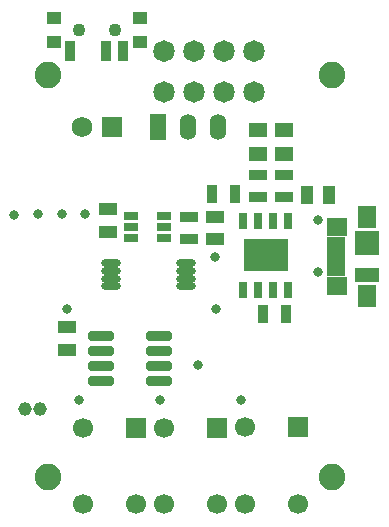
<source format=gbs>
G04*
G04 #@! TF.GenerationSoftware,Altium Limited,Altium Designer,19.0.15 (446)*
G04*
G04 Layer_Color=16711935*
%FSLAX44Y44*%
%MOMM*%
G71*
G01*
G75*
%ADD20C,0.0000*%
%ADD22R,1.5000X1.1000*%
%ADD23R,0.9000X1.5000*%
%ADD24R,1.5000X0.9000*%
%ADD26R,1.4000X2.2000*%
%ADD27C,1.1000*%
%ADD28R,1.7300X1.7300*%
%ADD29C,1.7300*%
%ADD30C,1.1500*%
%ADD31C,2.2500*%
%ADD32O,1.4000X2.2000*%
%ADD33R,1.6980X1.6980*%
%ADD34C,1.6980*%
%ADD35C,1.8200*%
%ADD36C,0.8000*%
%ADD62R,0.9000X1.7000*%
%ADD63R,1.2000X1.0000*%
G04:AMPARAMS|DCode=64|XSize=2.17mm|YSize=0.79mm|CornerRadius=0.1737mm|HoleSize=0mm|Usage=FLASHONLY|Rotation=0.000|XOffset=0mm|YOffset=0mm|HoleType=Round|Shape=RoundedRectangle|*
%AMROUNDEDRECTD64*
21,1,2.1700,0.4425,0,0,0.0*
21,1,1.8225,0.7900,0,0,0.0*
1,1,0.3475,0.9113,-0.2213*
1,1,0.3475,-0.9113,-0.2213*
1,1,0.3475,-0.9113,0.2213*
1,1,0.3475,0.9113,0.2213*
%
%ADD64ROUNDEDRECTD64*%
%ADD65R,1.5500X1.2000*%
%ADD66R,0.8000X1.4000*%
%ADD67R,3.6999X2.7000*%
%ADD68R,1.1000X1.5000*%
%ADD69R,1.2000X0.7500*%
%ADD70O,1.7000X0.6000*%
%ADD71R,1.5000X1.8500*%
%ADD72R,2.1000X1.2000*%
%ADD73R,2.1000X2.0000*%
%ADD74R,1.7500X1.6250*%
%ADD75R,1.5800X0.6500*%
D20*
X557976Y540766D02*
G03*
X557976Y540766I-8611J0D01*
G01*
X532575D02*
G03*
X532575Y540766I-8611J0D01*
G01*
X507175D02*
G03*
X507175Y540766I-8611J0D01*
G01*
X481776D02*
G03*
X481776Y540766I-8611J0D01*
G01*
X558013Y506476D02*
G03*
X558013Y506476I-8611J0D01*
G01*
X532613D02*
G03*
X532613Y506476I-8611J0D01*
G01*
X507213D02*
G03*
X507213Y506476I-8611J0D01*
G01*
X481813D02*
G03*
X481813Y506476I-8611J0D01*
G01*
D22*
X391414Y288188D02*
D03*
Y307188D02*
D03*
X425450Y388264D02*
D03*
Y407264D02*
D03*
X516636Y381660D02*
D03*
Y400660D02*
D03*
D23*
X533248Y420116D02*
D03*
X514248D02*
D03*
X576428Y318262D02*
D03*
X557428D02*
D03*
D24*
X574548Y436220D02*
D03*
Y417220D02*
D03*
X494538Y400660D02*
D03*
Y381660D02*
D03*
X552450Y436220D02*
D03*
Y417220D02*
D03*
D26*
X467868Y476504D02*
D03*
D27*
X401306Y558800D02*
D03*
X431306D02*
D03*
D28*
X429006Y476504D02*
D03*
D29*
X403606D02*
D03*
D30*
X355346Y237998D02*
D03*
X368046D02*
D03*
D31*
X375263Y520793D02*
D03*
X615263D02*
D03*
Y180793D02*
D03*
X375263D02*
D03*
D32*
X518668Y476504D02*
D03*
X493268D02*
D03*
D33*
X517800Y222238D02*
D03*
X586380Y222492D02*
D03*
X449220Y222238D02*
D03*
D34*
X472800D02*
D03*
Y157238D02*
D03*
X517800D02*
D03*
X541380Y222492D02*
D03*
Y157492D02*
D03*
X586380D02*
D03*
X404220Y222238D02*
D03*
Y157238D02*
D03*
X449220D02*
D03*
D35*
X549365Y540766D02*
D03*
X523965D02*
D03*
X498565D02*
D03*
X473165D02*
D03*
X549402Y506476D02*
D03*
X524002D02*
D03*
X498602D02*
D03*
X473202D02*
D03*
D36*
X391414Y322580D02*
D03*
X516636Y366776D02*
D03*
X604012Y397764D02*
D03*
X517144Y322580D02*
D03*
X501952Y275539D02*
D03*
X538226Y245618D02*
D03*
X469646D02*
D03*
X401066D02*
D03*
X406560Y403136D02*
D03*
X386560D02*
D03*
X366268Y402844D02*
D03*
X346202Y402590D02*
D03*
X603250Y354330D02*
D03*
D62*
X393806Y541300D02*
D03*
X423806D02*
D03*
X438806D02*
D03*
D63*
X452806Y548800D02*
D03*
Y568800D02*
D03*
X379806D02*
D03*
Y548800D02*
D03*
D64*
X419496Y262128D02*
D03*
Y274828D02*
D03*
Y287528D02*
D03*
Y300228D02*
D03*
X468996D02*
D03*
Y287528D02*
D03*
Y274828D02*
D03*
Y262128D02*
D03*
D65*
X552450Y474312D02*
D03*
Y454312D02*
D03*
X574548Y474312D02*
D03*
Y454312D02*
D03*
D66*
X578612Y339090D02*
D03*
X565912D02*
D03*
X553212D02*
D03*
X540512D02*
D03*
Y397256D02*
D03*
X553212D02*
D03*
X565912D02*
D03*
X578612D02*
D03*
D67*
X559562Y368173D02*
D03*
D68*
X594004Y419608D02*
D03*
X613004D02*
D03*
D69*
X473233Y382677D02*
D03*
Y392176D02*
D03*
Y401675D02*
D03*
X445231D02*
D03*
Y392176D02*
D03*
Y382677D02*
D03*
D70*
X491998Y361290D02*
D03*
Y354787D02*
D03*
Y348285D02*
D03*
Y341782D02*
D03*
X427990Y361290D02*
D03*
Y354787D02*
D03*
Y348285D02*
D03*
Y341782D02*
D03*
D71*
X645160Y333280D02*
D03*
Y400780D02*
D03*
D72*
Y351530D02*
D03*
D73*
Y378530D02*
D03*
D74*
X619410Y391905D02*
D03*
Y342155D02*
D03*
D75*
X618560Y354030D02*
D03*
Y360530D02*
D03*
Y367030D02*
D03*
Y373530D02*
D03*
Y380030D02*
D03*
M02*

</source>
